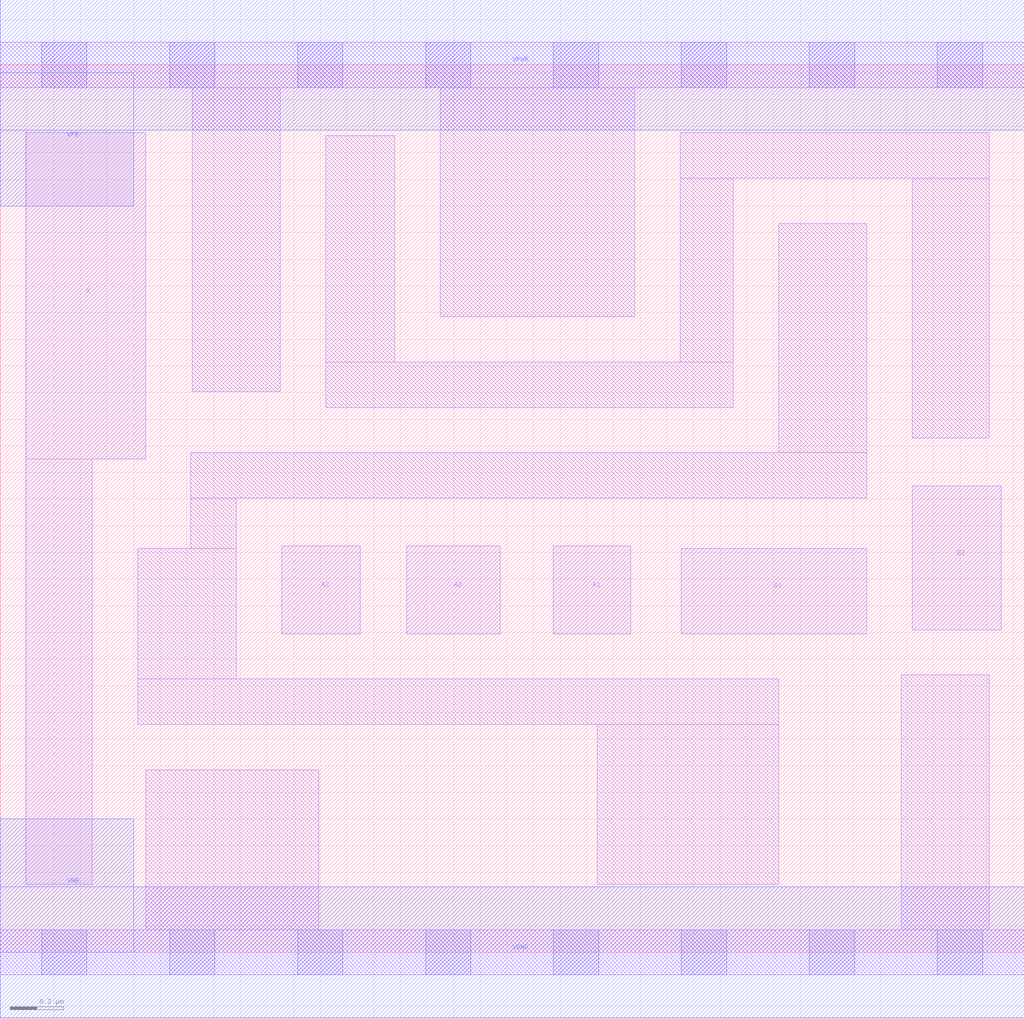
<source format=lef>
# Copyright 2020 The SkyWater PDK Authors
#
# Licensed under the Apache License, Version 2.0 (the "License");
# you may not use this file except in compliance with the License.
# You may obtain a copy of the License at
#
#     https://www.apache.org/licenses/LICENSE-2.0
#
# Unless required by applicable law or agreed to in writing, software
# distributed under the License is distributed on an "AS IS" BASIS,
# WITHOUT WARRANTIES OR CONDITIONS OF ANY KIND, either express or implied.
# See the License for the specific language governing permissions and
# limitations under the License.
#
# SPDX-License-Identifier: Apache-2.0

VERSION 5.5 ;
NAMESCASESENSITIVE ON ;
BUSBITCHARS "[]" ;
DIVIDERCHAR "/" ;
MACRO sky130_fd_sc_lp__a32o_1
  CLASS CORE ;
  SOURCE USER ;
  ORIGIN  0.000000  0.000000 ;
  SIZE  3.840000 BY  3.330000 ;
  SYMMETRY X Y R90 ;
  SITE unit ;
  PIN A1
    ANTENNAGATEAREA  0.315000 ;
    DIRECTION INPUT ;
    USE SIGNAL ;
    PORT
      LAYER li1 ;
        RECT 2.075000 1.195000 2.365000 1.525000 ;
    END
  END A1
  PIN A2
    ANTENNAGATEAREA  0.315000 ;
    DIRECTION INPUT ;
    USE SIGNAL ;
    PORT
      LAYER li1 ;
        RECT 1.525000 1.195000 1.875000 1.525000 ;
    END
  END A2
  PIN A3
    ANTENNAGATEAREA  0.315000 ;
    DIRECTION INPUT ;
    USE SIGNAL ;
    PORT
      LAYER li1 ;
        RECT 1.055000 1.195000 1.350000 1.525000 ;
    END
  END A3
  PIN B1
    ANTENNAGATEAREA  0.315000 ;
    DIRECTION INPUT ;
    USE SIGNAL ;
    PORT
      LAYER li1 ;
        RECT 2.555000 1.195000 3.250000 1.515000 ;
    END
  END B1
  PIN B2
    ANTENNAGATEAREA  0.315000 ;
    DIRECTION INPUT ;
    USE SIGNAL ;
    PORT
      LAYER li1 ;
        RECT 3.420000 1.210000 3.755000 1.750000 ;
    END
  END B2
  PIN X
    ANTENNADIFFAREA  0.556500 ;
    DIRECTION OUTPUT ;
    USE SIGNAL ;
    PORT
      LAYER li1 ;
        RECT 0.095000 0.255000 0.345000 1.850000 ;
        RECT 0.095000 1.850000 0.545000 3.075000 ;
    END
  END X
  PIN VGND
    DIRECTION INOUT ;
    USE GROUND ;
    PORT
      LAYER met1 ;
        RECT 0.000000 -0.245000 3.840000 0.245000 ;
    END
  END VGND
  PIN VNB
    DIRECTION INOUT ;
    USE GROUND ;
    PORT
      LAYER met1 ;
        RECT 0.000000 0.000000 0.500000 0.500000 ;
    END
  END VNB
  PIN VPB
    DIRECTION INOUT ;
    USE POWER ;
    PORT
      LAYER met1 ;
        RECT 0.000000 2.800000 0.500000 3.300000 ;
    END
  END VPB
  PIN VPWR
    DIRECTION INOUT ;
    USE POWER ;
    PORT
      LAYER met1 ;
        RECT 0.000000 3.085000 3.840000 3.575000 ;
    END
  END VPWR
  OBS
    LAYER li1 ;
      RECT 0.000000 -0.085000 3.840000 0.085000 ;
      RECT 0.000000  3.245000 3.840000 3.415000 ;
      RECT 0.515000  0.855000 2.920000 1.025000 ;
      RECT 0.515000  1.025000 0.885000 1.515000 ;
      RECT 0.545000  0.085000 1.195000 0.685000 ;
      RECT 0.715000  1.515000 0.885000 1.705000 ;
      RECT 0.715000  1.705000 3.250000 1.875000 ;
      RECT 0.720000  2.105000 1.050000 3.245000 ;
      RECT 1.220000  2.045000 2.750000 2.215000 ;
      RECT 1.220000  2.215000 1.480000 3.065000 ;
      RECT 1.650000  2.385000 2.380000 3.245000 ;
      RECT 2.240000  0.255000 2.920000 0.855000 ;
      RECT 2.550000  2.215000 2.750000 2.905000 ;
      RECT 2.550000  2.905000 3.710000 3.075000 ;
      RECT 2.920000  1.875000 3.250000 2.735000 ;
      RECT 3.380000  0.085000 3.710000 1.040000 ;
      RECT 3.420000  1.930000 3.710000 2.905000 ;
    LAYER mcon ;
      RECT 0.155000 -0.085000 0.325000 0.085000 ;
      RECT 0.155000  3.245000 0.325000 3.415000 ;
      RECT 0.635000 -0.085000 0.805000 0.085000 ;
      RECT 0.635000  3.245000 0.805000 3.415000 ;
      RECT 1.115000 -0.085000 1.285000 0.085000 ;
      RECT 1.115000  3.245000 1.285000 3.415000 ;
      RECT 1.595000 -0.085000 1.765000 0.085000 ;
      RECT 1.595000  3.245000 1.765000 3.415000 ;
      RECT 2.075000 -0.085000 2.245000 0.085000 ;
      RECT 2.075000  3.245000 2.245000 3.415000 ;
      RECT 2.555000 -0.085000 2.725000 0.085000 ;
      RECT 2.555000  3.245000 2.725000 3.415000 ;
      RECT 3.035000 -0.085000 3.205000 0.085000 ;
      RECT 3.035000  3.245000 3.205000 3.415000 ;
      RECT 3.515000 -0.085000 3.685000 0.085000 ;
      RECT 3.515000  3.245000 3.685000 3.415000 ;
  END
END sky130_fd_sc_lp__a32o_1
END LIBRARY

</source>
